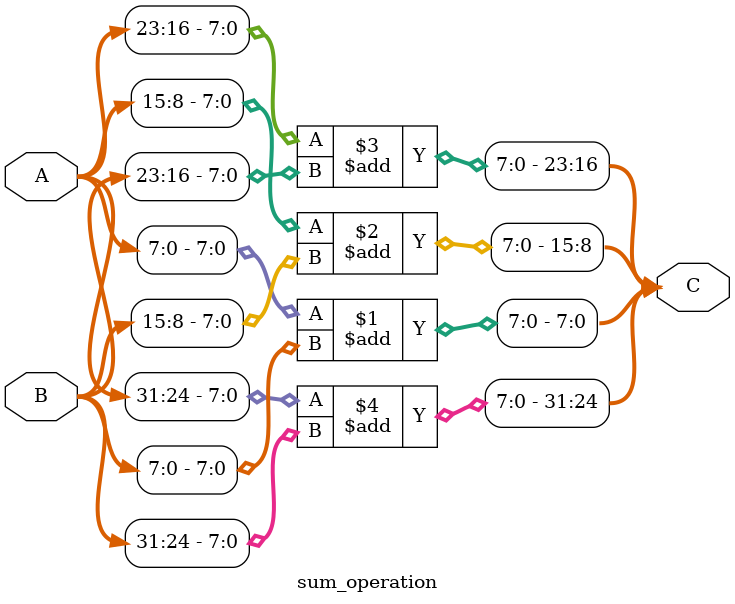
<source format=v>
module sum_operation(
	input wire [31:0] A,
	input wire [31:0] B,
	output [31:0] C
);
 
	
	assign C[7:0] = A[7:0] + B[7:0];
	assign C[15:8] = A[15:8] + B[15:8];
	assign C[23:16] = A[23:16] + B[23:16];
	assign C[31:24] = A[31:24] + B[31:24];
	
endmodule 
</source>
